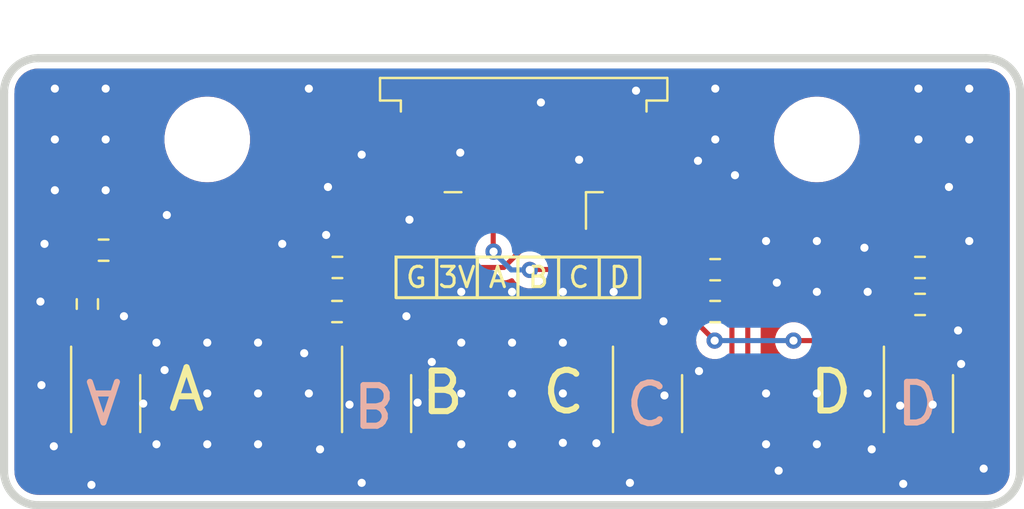
<source format=kicad_pcb>
(kicad_pcb (version 20211014) (generator pcbnew)
  (layers (0 "F.Cu" signal) (31 "B.Cu" signal) (34 "B.Paste" user) (35 "F.Paste" user) (36 "B.SilkS" user "B.Silkscreen") (37 "F.SilkS" user "F.Silkscreen") (38 "B.Mask" user) (39 "F.Mask" user) (44 "Edge.Cuts" user))
  (net 0 "")
  (net 1 "GND")
  (net 2 "+3V3")
  (net 3 "Net-(R3-Pad2)")
  (net 4 "Net-(R6-Pad2)")
  (net 5 "Net-(R9-Pad2)")
  (net 6 "Net-(R12-Pad2)")
  (net 7 "/Button A")
  (net 8 "/Button B")
  (net 9 "/Button C")
  (net 10 "/Button D")
  (footprint "Resistor_SMD:R_0603_1608Metric" (layer "F.Cu") (at 144.1 83.1 -90)
    (fp_text reference "R12" hide)
    (fp_text value "R100")
    (fp_line (start -0.237258 0.5225) (end 0.237258 0.5225) (layer "F.SilkS") (width 0.12))
    (fp_line (start -0.237258 -0.5225) (end 0.237258 -0.5225) (layer "F.SilkS") (width 0.12))
    (pad "1" smd roundrect locked (at -0.825 0 270) (size 0.8 0.95) (layers "F.Cu" "F.Paste" "F.Mask") (net 2 "+3V3"))
    (pad "2" smd roundrect locked (at 0.825 0 270) (size 0.8 0.95) (layers "F.Cu" "F.Paste" "F.Mask") (net 6 "Net-(R12-Pad2)"))
  )
  (footprint "Resistor_SMD:R_0603_1608Metric" (layer "F.Cu") (at 174.995 83.47)
    (fp_text reference "R3" hide)
    (fp_text value "R100")
    (fp_line (start -0.237258 0.5225) (end 0.237258 0.5225) (layer "F.SilkS") (width 0.12))
    (fp_line (start -0.237258 -0.5225) (end 0.237258 -0.5225) (layer "F.SilkS") (width 0.12))
    (pad "1" smd roundrect locked (at -0.825 0) (size 0.8 0.95) (layers "F.Cu" "F.Paste" "F.Mask") (net 2 "+3V3"))
    (pad "2" smd roundrect locked (at 0.825 0) (size 0.8 0.95) (layers "F.Cu" "F.Paste" "F.Mask") (net 3 "Net-(R3-Pad2)"))
  )
  (footprint "MountingHole:MountingHole_3.2mm_M3_ISO14580" (layer "F.Cu") (at 150 75)
    (fp_text reference "H2")
    (fp_text value "MountingHole")
    (pad "" np_thru_hole circle (at 0 0) (size 3.2 3.2) (drill 3.2) (layers *.Cu *.Mask))
  )
  (footprint "OptoDevice:OnSemi_CASE100CY" (layer "F.Cu") (at 158.333333 88)
    (fp_text reference "U3" hide)
    (fp_text value "QRE1113GR")
    (fp_line (start 1.7 1.4) (end 1.7 -1.4) (layer "F.SilkS") (width 0.12))
    (fp_line (start -1.7 1.4) (end -1.7 -2.8) (layer "F.SilkS") (width 0.12))
    (pad "1" smd roundrect locked (at -0.9 -2) (size 0.79 1.66) (layers "F.Cu" "F.Paste" "F.Mask") (net 5 "Net-(R9-Pad2)"))
    (pad "2" smd roundrect locked (at -0.9 2) (size 0.79 1.66) (layers "F.Cu" "F.Paste" "F.Mask") (net 1 "GND"))
    (pad "3" smd roundrect locked (at 0.9 2) (size 0.79 1.66) (layers "F.Cu" "F.Paste" "F.Mask") (net 8 "/Button B"))
    (pad "4" smd roundrect locked (at 0.9 -2) (size 0.79 1.66) (layers "F.Cu" "F.Paste" "F.Mask") (net 1 "GND"))
  )
  (footprint "Resistor_SMD:R_0603_1608Metric" (layer "F.Cu") (at 185.075 81.3)
    (fp_text reference "R8" hide)
    (fp_text value "10K")
    (fp_line (start -0.237258 -0.5225) (end 0.237258 -0.5225) (layer "F.SilkS") (width 0.12))
    (fp_line (start -0.237258 0.5225) (end 0.237258 0.5225) (layer "F.SilkS") (width 0.12))
    (pad "1" smd roundrect locked (at -0.825 0) (size 0.8 0.95) (layers "F.Cu" "F.Paste" "F.Mask") (net 2 "+3V3"))
    (pad "2" smd roundrect locked (at 0.825 0) (size 0.8 0.95) (layers "F.Cu" "F.Paste" "F.Mask") (net 10 "/Button D"))
  )
  (footprint "Resistor_SMD:R_0603_1608Metric" (layer "F.Cu") (at 144.9 80.45)
    (fp_text reference "R13" hide)
    (fp_text value "10K")
    (fp_line (start -0.237258 -0.5225) (end 0.237258 -0.5225) (layer "F.SilkS") (width 0.12))
    (fp_line (start -0.237258 0.5225) (end 0.237258 0.5225) (layer "F.SilkS") (width 0.12))
    (pad "1" smd roundrect locked (at -0.825 0) (size 0.8 0.95) (layers "F.Cu" "F.Paste" "F.Mask") (net 2 "+3V3"))
    (pad "2" smd roundrect locked (at 0.825 0) (size 0.8 0.95) (layers "F.Cu" "F.Paste" "F.Mask") (net 7 "/Button A"))
  )
  (footprint "Resistor_SMD:R_0603_1608Metric" (layer "F.Cu") (at 156.385 83.47)
    (fp_text reference "R9" hide)
    (fp_text value "R100")
    (fp_line (start -0.237258 0.5225) (end 0.237258 0.5225) (layer "F.SilkS") (width 0.12))
    (fp_line (start -0.237258 -0.5225) (end 0.237258 -0.5225) (layer "F.SilkS") (width 0.12))
    (pad "1" smd roundrect locked (at -0.825 0) (size 0.8 0.95) (layers "F.Cu" "F.Paste" "F.Mask") (net 2 "+3V3"))
    (pad "2" smd roundrect locked (at 0.825 0) (size 0.8 0.95) (layers "F.Cu" "F.Paste" "F.Mask") (net 5 "Net-(R9-Pad2)"))
  )
  (footprint "OptoDevice:OnSemi_CASE100CY" (layer "F.Cu") (at 145 88)
    (fp_text reference "U4" hide)
    (fp_text value "QRE1113GR")
    (fp_line (start -1.7 1.4) (end -1.7 -2.8) (layer "F.SilkS") (width 0.12))
    (fp_line (start 1.7 1.4) (end 1.7 -1.4) (layer "F.SilkS") (width 0.12))
    (pad "1" smd roundrect locked (at -0.9 -2) (size 0.79 1.66) (layers "F.Cu" "F.Paste" "F.Mask") (net 6 "Net-(R12-Pad2)"))
    (pad "2" smd roundrect locked (at -0.9 2) (size 0.79 1.66) (layers "F.Cu" "F.Paste" "F.Mask") (net 1 "GND"))
    (pad "3" smd roundrect locked (at 0.9 2) (size 0.79 1.66) (layers "F.Cu" "F.Paste" "F.Mask") (net 7 "/Button A"))
    (pad "4" smd roundrect locked (at 0.9 -2) (size 0.79 1.66) (layers "F.Cu" "F.Paste" "F.Mask") (net 1 "GND"))
  )
  (footprint "MountingHole:MountingHole_3.2mm_M3_ISO14580" (layer "F.Cu") (at 180 75)
    (fp_text reference "H1")
    (fp_text value "MountingHole")
    (pad "" np_thru_hole circle (at 0 0) (size 3.2 3.2) (drill 3.2) (layers *.Cu *.Mask))
  )
  (footprint "Connector_FFC-FPC:TE_84952-6_1x06-1MP_P1.0mm_Horizontal" (layer "F.Cu") (at 165.572 76.686 180)
    (fp_text reference "J9" hide)
    (fp_text value "Conn_01x06_MountingPin")
    (fp_line (start -7.07 4.71) (end -7.07 3.6) (layer "F.SilkS") (width 0.12))
    (fp_line (start -3.065 -0.91) (end -3.065 -2.71) (layer "F.SilkS") (width 0.12))
    (fp_line (start -6.045 3.6) (end -6.045 3.06) (layer "F.SilkS") (width 0.12))
    (fp_line (start -7.07 3.6) (end -6.045 3.6) (layer "F.SilkS") (width 0.12))
    (fp_line (start 6.045 3.06) (end 6.045 3.6) (layer "F.SilkS") (width 0.12))
    (fp_line (start 3.065 -0.91) (end 3.89 -0.91) (layer "F.SilkS") (width 0.12))
    (fp_line (start 6.045 3.6) (end 7.07 3.6) (layer "F.SilkS") (width 0.12))
    (fp_line (start -3.89 -0.91) (end -3.065 -0.91) (layer "F.SilkS") (width 0.12))
    (fp_line (start 7.07 3.6) (end 7.07 4.71) (layer "F.SilkS") (width 0.12))
    (fp_line (start 7.07 4.71) (end -7.07 4.71) (layer "F.SilkS") (width 0.12))
    (pad "1" smd rect locked (at -2.5 -1.8 180) (size 0.61 2) (layers "F.Cu" "F.Paste" "F.Mask") (net 10 "/Button D"))
    (pad "2" smd rect locked (at -1.5 -1.8 180) (size 0.61 2) (layers "F.Cu" "F.Paste" "F.Mask") (net 9 "/Button C"))
    (pad "3" smd rect locked (at -0.5 -1.8 180) (size 0.61 2) (layers "F.Cu" "F.Paste" "F.Mask") (net 8 "/Button B"))
    (pad "4" smd rect locked (at 0.5 -1.8 180) (size 0.61 2) (layers "F.Cu" "F.Paste" "F.Mask") (net 7 "/Button A"))
    (pad "5" smd rect locked (at 1.5 -1.8 180) (size 0.61 2) (layers "F.Cu" "F.Paste" "F.Mask") (net 2 "+3V3"))
    (pad "6" smd rect locked (at 2.5 -1.8 180) (size 0.61 2) (layers "F.Cu" "F.Paste" "F.Mask") (net 1 "GND"))
    (pad "MP" smd rect locked (at -5.49 1 180) (size 2.68 3.6) (layers "F.Cu" "F.Paste" "F.Mask") (net 1 "GND"))
    (pad "MP" smd rect locked (at 5.49 1 180) (size 2.68 3.6) (layers "F.Cu" "F.Paste" "F.Mask") (net 1 "GND"))
  )
  (footprint "Resistor_SMD:R_0603_1608Metric" (layer "F.Cu") (at 156.405 81.3)
    (fp_text reference "R10" hide)
    (fp_text value "10K")
    (fp_line (start -0.237258 -0.5225) (end 0.237258 -0.5225) (layer "F.SilkS") (width 0.12))
    (fp_line (start -0.237258 0.5225) (end 0.237258 0.5225) (layer "F.SilkS") (width 0.12))
    (pad "1" smd roundrect locked (at -0.825 0) (size 0.8 0.95) (layers "F.Cu" "F.Paste" "F.Mask") (net 2 "+3V3"))
    (pad "2" smd roundrect locked (at 0.825 0) (size 0.8 0.95) (layers "F.Cu" "F.Paste" "F.Mask") (net 8 "/Button B"))
  )
  (footprint "Resistor_SMD:R_0603_1608Metric" (layer "F.Cu") (at 174.995 81.41)
    (fp_text reference "R5" hide)
    (fp_text value "10K")
    (fp_line (start -0.237258 -0.5225) (end 0.237258 -0.5225) (layer "F.SilkS") (width 0.12))
    (fp_line (start -0.237258 0.5225) (end 0.237258 0.5225) (layer "F.SilkS") (width 0.12))
    (pad "1" smd roundrect locked (at -0.825 0) (size 0.8 0.95) (layers "F.Cu" "F.Paste" "F.Mask") (net 2 "+3V3"))
    (pad "2" smd roundrect locked (at 0.825 0) (size 0.8 0.95) (layers "F.Cu" "F.Paste" "F.Mask") (net 9 "/Button C"))
  )
  (footprint "Resistor_SMD:R_0603_1608Metric" (layer "F.Cu") (at 185.08 83.12)
    (fp_text reference "R6" hide)
    (fp_text value "R100")
    (fp_line (start -0.237258 0.5225) (end 0.237258 0.5225) (layer "F.SilkS") (width 0.12))
    (fp_line (start -0.237258 -0.5225) (end 0.237258 -0.5225) (layer "F.SilkS") (width 0.12))
    (pad "1" smd roundrect locked (at -0.825 0) (size 0.8 0.95) (layers "F.Cu" "F.Paste" "F.Mask") (net 2 "+3V3"))
    (pad "2" smd roundrect locked (at 0.825 0) (size 0.8 0.95) (layers "F.Cu" "F.Paste" "F.Mask") (net 4 "Net-(R6-Pad2)"))
  )
  (footprint "OptoDevice:OnSemi_CASE100CY" (layer "F.Cu") (at 185 88)
    (fp_text reference "U2" hide)
    (fp_text value "QRE1113GR")
    (fp_line (start 1.7 1.4) (end 1.7 -1.4) (layer "F.SilkS") (width 0.12))
    (fp_line (start -1.7 1.4) (end -1.7 -2.8) (layer "F.SilkS") (width 0.12))
    (pad "1" smd roundrect locked (at -0.9 -2) (size 0.79 1.66) (layers "F.Cu" "F.Paste" "F.Mask") (net 4 "Net-(R6-Pad2)"))
    (pad "2" smd roundrect locked (at -0.9 2) (size 0.79 1.66) (layers "F.Cu" "F.Paste" "F.Mask") (net 1 "GND"))
    (pad "3" smd roundrect locked (at 0.9 2) (size 0.79 1.66) (layers "F.Cu" "F.Paste" "F.Mask") (net 10 "/Button D"))
    (pad "4" smd roundrect locked (at 0.9 -2) (size 0.79 1.66) (layers "F.Cu" "F.Paste" "F.Mask") (net 1 "GND"))
  )
  (footprint "OptoDevice:OnSemi_CASE100CY" (layer "F.Cu") (at 171.666666 88)
    (fp_text reference "U1" hide)
    (fp_text value "QRE1113GR")
    (fp_line (start 1.7 1.4) (end 1.7 -1.4) (layer "F.SilkS") (width 0.12))
    (fp_line (start -1.7 1.4) (end -1.7 -2.8) (layer "F.SilkS") (width 0.12))
    (pad "1" smd roundrect locked (at -0.9 -2) (size 0.79 1.66) (layers "F.Cu" "F.Paste" "F.Mask") (net 3 "Net-(R3-Pad2)"))
    (pad "2" smd roundrect locked (at -0.9 2) (size 0.79 1.66) (layers "F.Cu" "F.Paste" "F.Mask") (net 1 "GND"))
    (pad "3" smd roundrect locked (at 0.9 2) (size 0.79 1.66) (layers "F.Cu" "F.Paste" "F.Mask") (net 9 "/Button C"))
    (pad "4" smd roundrect locked (at 0.9 -2) (size 0.79 1.66) (layers "F.Cu" "F.Paste" "F.Mask") (net 1 "GND"))
  )
  (gr_rect (start 161.29 82.788) (end 163.29 80.788) (layer "F.SilkS") (width 0.15) (fill none))
  (gr_rect (start 163.29 82.788) (end 165.29 80.788) (layer "F.SilkS") (width 0.15) (fill none))
  (gr_rect (start 167.29 82.788) (end 169.29 80.788) (layer "F.SilkS") (width 0.15) (fill none))
  (gr_rect (start 165.29 82.788) (end 167.29 80.788) (layer "F.SilkS") (width 0.15) (fill none))
  (gr_rect (start 169.29 82.788) (end 171.29 80.788) (layer "F.SilkS") (width 0.15) (fill none))
  (gr_rect (start 159.29 82.788) (end 161.29 80.788) (layer "F.SilkS") (width 0.15) (fill none))
  (gr_arc (start 140 72.68995) (mid 140.494975 71.494975) (end 141.68995 71) (layer "Edge.Cuts") (width 0.4))
  (gr_line (start 188.31005 71) (end 141.68995 71) (layer "Edge.Cuts") (width 0.4))
  (gr_line (start 188.31005 93) (end 141.68995 93) (layer "Edge.Cuts") (width 0.4))
  (gr_line (start 140 72.68995) (end 140 91.31005) (layer "Edge.Cuts") (width 0.4))
  (gr_arc (start 188.31005 71) (mid 189.505025 71.494975) (end 190 72.68995) (layer "Edge.Cuts") (width 0.4))
  (gr_arc (start 141.68995 93) (mid 140.494975 92.505025) (end 140 91.31005) (layer "Edge.Cuts") (width 0.4))
  (gr_arc (start 190 91.31005) (mid 189.505025 92.505025) (end 188.31005 93) (layer "Edge.Cuts") (width 0.4))
  (gr_line (start 190 72.68995) (end 190 91.31005) (layer "Edge.Cuts") (width 0.4))
  (gr_text "C" (at 171.64 87.87 180) (layer "B.SilkS") (effects (font (size 2 2) (thickness 0.3)) (justify mirror)))
  (gr_text "A" (at 144.89 87.84 180) (layer "B.SilkS") (effects (font (size 2 2) (thickness 0.3)) (justify mirror)))
  (gr_text "D" (at 184.96 87.84 180) (layer "B.SilkS") (effects (font (size 2 2) (thickness 0.3)) (justify mirror)))
  (gr_text "B" (at 158.21 88 180) (layer "B.SilkS") (effects (font (size 2 2) (thickness 0.3)) (justify mirror)))
  (gr_text "A" (at 164.29 81.788) (layer "F.SilkS") (effects (font (size 1 1))))
  (gr_text "A" (at 148.98 87.3) (layer "F.SilkS") (effects (font (size 2 2) (thickness 0.3))))
  (gr_text "C" (at 167.54 87.43) (layer "F.SilkS") (effects (font (size 2 2) (thickness 0.3))))
  (gr_text "B" (at 161.57 87.46) (layer "F.SilkS") (effects (font (size 2 2) (thickness 0.3))))
  (gr_text "G" (at 160.29 81.788) (layer "F.SilkS") (effects (font (size 1 1))))
  (gr_text "C" (at 168.29 81.788) (layer "F.SilkS") (effects (font (size 1 1))))
  (gr_text "D" (at 170.29 81.788) (layer "F.SilkS") (effects (font (size 1 1))))
  (gr_text "D" (at 180.7 87.43) (layer "F.SilkS") (effects (font (size 2 2) (thickness 0.3))))
  (gr_text "3V" (at 162.29 81.788) (layer "F.SilkS") (effects (font (size 1 1))))
  (gr_text "B" (at 166.29 81.788) (layer "F.SilkS") (effects (font (size 1 1))))
  (via (at 152.5 87.5) (size 0.8) (drill 0.4) (layers "F.Cu" "B.Cu") (net 1))
  (via (at 172.5 87.6) (size 0.8) (drill 0.4) (layers "F.Cu" "B.Cu") (net 1))
  (via (at 142.5 72.5) (size 0.8) (drill 0.4) (layers "F.Cu" "B.Cu") (net 1))
  (via (at 157 88.05) (size 0.8) (drill 0.4) (layers "F.Cu" "B.Cu") (net 1))
  (via (at 162.45 75.65) (size 0.8) (drill 0.4) (layers "F.Cu" "B.Cu") (net 1))
  (via (at 174.2 86.4) (size 0.8) (drill 0.4) (layers "F.Cu" "B.Cu") (net 1))
  (via (at 150 87.5) (size 0.8) (drill 0.4) (layers "F.Cu" "B.Cu") (net 1))
  (via (at 142.45 90.1) (size 0.8) (drill 0.4) (layers "F.Cu" "B.Cu") (net 1))
  (via (at 185 72.5) (size 0.8) (drill 0.4) (layers "F.Cu" "B.Cu") (net 1))
  (via (at 187.5 80) (size 0.8) (drill 0.4) (layers "F.Cu" "B.Cu") (net 1))
  (via (at 171.1 72.6) (size 0.8) (drill 0.4) (layers "F.Cu" "B.Cu") (net 1))
  (via (at 159.8 83.7) (size 0.8) (drill 0.4) (layers "F.Cu" "B.Cu") (net 1))
  (via (at 165 85) (size 0.8) (drill 0.4) (layers "F.Cu" "B.Cu") (net 1))
  (via (at 162.5 85) (size 0.8) (drill 0.4) (layers "F.Cu" "B.Cu") (net 1))
  (via (at 145 75) (size 0.8) (drill 0.4) (layers "F.Cu" "B.Cu") (net 1))
  (via (at 147.9 86.35) (size 0.8) (drill 0.4) (layers "F.Cu" "B.Cu") (net 1))
  (via (at 155.94 77.34) (size 0.8) (drill 0.4) (layers "F.Cu" "B.Cu") (net 1))
  (via (at 150 85) (size 0.8) (drill 0.4) (layers "F.Cu" "B.Cu") (net 1))
  (via (at 182.7 90.25) (size 0.8) (drill 0.4) (layers "F.Cu" "B.Cu") (net 1))
  (via (at 168.3 76) (size 0.8) (drill 0.4) (layers "F.Cu" "B.Cu") (net 1))
  (via (at 146.85 88) (size 0.8) (drill 0.4) (layers "F.Cu" "B.Cu") (net 1))
  (via (at 141.79 82.98) (size 0.8) (drill 0.4) (layers "F.Cu" "B.Cu") (net 1))
  (via (at 155 72.5) (size 0.8) (drill 0.4) (layers "F.Cu" "B.Cu") (net 1))
  (via (at 177.5 80) (size 0.8) (drill 0.4) (layers "F.Cu" "B.Cu") (net 1))
  (via (at 182.5 82.5) (size 0.8) (drill 0.4) (layers "F.Cu" "B.Cu") (net 1))
  (via (at 186.5 77.34) (size 0.8) (drill 0.4) (layers "F.Cu" "B.Cu") (net 1))
  (via (at 166.42 73.18) (size 0.8) (drill 0.4) (layers "F.Cu" "B.Cu") (net 1))
  (via (at 175 72.5) (size 0.8) (drill 0.4) (layers "F.Cu" "B.Cu") (net 1))
  (via (at 148.01 78.72) (size 0.8) (drill 0.4) (layers "F.Cu" "B.Cu") (net 1))
  (via (at 152.5 90) (size 0.8) (drill 0.4) (layers "F.Cu" "B.Cu") (net 1))
  (via (at 160.35 87.95) (size 0.8) (drill 0.4) (layers "F.Cu" "B.Cu") (net 1))
  (via (at 185.7 88.05) (size 0.8) (drill 0.4) (layers "F.Cu" "B.Cu") (net 1))
  (via (at 157.6 91.9) (size 0.8) (drill 0.4) (layers "F.Cu" "B.Cu") (net 1))
  (via (at 145 72.5) (size 0.8) (drill 0.4) (layers "F.Cu" "B.Cu") (net 1))
  (via (at 147.5 85) (size 0.8) (drill 0.4) (layers "F.Cu" "B.Cu") (net 1))
  (via (at 178.03 82.05) (size 0.8) (drill 0.4) (layers "F.Cu" "B.Cu") (net 1))
  (via (at 162.5 90) (size 0.8) (drill 0.4) (layers "F.Cu" "B.Cu") (net 1))
  (via (at 175.97 76.76) (size 0.8) (drill 0.4) (layers "F.Cu" "B.Cu") (net 1))
  (via (at 167.5 85) (size 0.8) (drill 0.4) (layers "F.Cu" "B.Cu") (net 1))
  (via (at 170.8 91.9) (size 0.8) (drill 0.4) (layers "F.Cu" "B.Cu") (net 1))
  (via (at 167.5 82.5) (size 0.8) (drill 0.4) (layers "F.Cu" "B.Cu") (net 1))
  (via (at 162.5 82.5) (size 0.8) (drill 0.4) (layers "F.Cu" "B.Cu") (net 1))
  (via (at 184.1 88.1) (size 0.8) (drill 0.4) (layers "F.Cu" "B.Cu") (net 1))
  (via (at 150 90) (size 0.8) (drill 0.4) (layers "F.Cu" "B.Cu") (net 1))
  (via (at 175 75) (size 0.8) (drill 0.4) (layers "F.Cu" "B.Cu") (net 1))
  (via (at 152.5 85) (size 0.8) (drill 0.4) (layers "F.Cu" "B.Cu") (net 1))
  (via (at 145.9 83.7) (size 0.8) (drill 0.4) (layers "F.Cu" "B.Cu") (net 1))
  (via (at 180 82.5) (size 0.8) (drill 0.4) (layers "F.Cu" "B.Cu") (net 1))
  (via (at 162.5 87.5) (size 0.8) (drill 0.4) (layers "F.Cu" "B.Cu") (net 1))
  (via (at 154.77 85.52) (size 0.8) (drill 0.4) (layers "F.Cu" "B.Cu") (net 1))
  (via (at 188.21 91.2) (size 0.8) (drill 0.4) (layers "F.Cu" "B.Cu") (net 1))
  (via (at 177.5 87.5) (size 0.8) (drill 0.4) (layers "F.Cu" "B.Cu") (net 1))
  (via (at 187.1 86.05) (size 0.8) (drill 0.4) (layers "F.Cu" "B.Cu") (net 1))
  (via (at 141.99 80.14) (size 0.8) (drill 0.4) (layers "F.Cu" "B.Cu") (net 1))
  (via (at 169.15 89.95) (size 0.8) (drill 0.4) (layers "F.Cu" "B.Cu") (net 1))
  (via (at 180 80) (size 0.8) (drill 0.4) (layers "F.Cu" "B.Cu") (net 1))
  (via (at 157.6 75.75) (size 0.8) (drill 0.4) (layers "F.Cu" "B.Cu") (net 1))
  (via (at 182.5 87.5) (size 0.8) (drill 0.4) (layers "F.Cu" "B.Cu") (net 1))
  (via (at 170 82.5) (size 0.8) (drill 0.4) (layers "F.Cu" "B.Cu") (net 1))
  (via (at 182.34 80.33) (size 0.8) (drill 0.4) (layers "F.Cu" "B.Cu") (net 1))
  (via (at 142.5 75) (size 0.8) (drill 0.4) (layers "F.Cu" "B.Cu") (net 1))
  (via (at 155 87.5) (size 0.8) (drill 0.4) (layers "F.Cu" "B.Cu") (net 1))
  (via (at 167.5 87.5) (size 0.8) (drill 0.4) (layers "F.Cu" "B.Cu") (net 1))
  (via (at 155.85 79.7) (size 0.8) (drill 0.4) (layers "F.Cu" "B.Cu") (net 1))
  (via (at 177.5 90) (size 0.8) (drill 0.4) (layers "F.Cu" "B.Cu") (net 1))
  (via (at 144.3 92) (size 0.8) (drill 0.4) (layers "F.Cu" "B.Cu") (net 1))
  (via (at 159.95 78.95) (size 0.8) (drill 0.4) (layers "F.Cu" "B.Cu") (net 1))
  (via (at 180 87.5) (size 0.8) (drill 0.4) (layers "F.Cu" "B.Cu") (net 1))
  (via (at 165 82.5) (size 0.8) (drill 0.4) (layers "F.Cu" "B.Cu") (net 1))
  (via (at 186.95 84.4) (size 0.8) (drill 0.4) (layers "F.Cu" "B.Cu") (net 1))
  (via (at 180 90) (size 0.8) (drill 0.4) (layers "F.Cu" "B.Cu") (net 1))
  (via (at 172.45 83.95) (size 0.8) (drill 0.4) (layers "F.Cu" "B.Cu") (net 1))
  (via (at 141.84 87.09) (size 0.8) (drill 0.4) (layers "F.Cu" "B.Cu") (net 1))
  (via (at 167.5 89.93) (size 0.8) (drill 0.4) (layers "F.Cu" "B.Cu") (net 1))
  (via (at 147.5 90) (size 0.8) (drill 0.4) (layers "F.Cu" "B.Cu") (net 1))
  (via (at 155.55 90.25) (size 0.8) (drill 0.4) (layers "F.Cu" "B.Cu") (net 1))
  (via (at 145 77.5) (size 0.8) (drill 0.4) (layers "F.Cu" "B.Cu") (net 1))
  (via (at 165 90) (size 0.8) (drill 0.4) (layers "F.Cu" "B.Cu") (net 1))
  (via (at 165 87.5) (size 0.8) (drill 0.4) (layers "F.Cu" "B.Cu") (net 1))
  (via (at 174.15 76.05) (size 0.8) (drill 0.4) (layers "F.Cu" "B.Cu") (net 1))
  (via (at 187.5 75) (size 0.8) (drill 0.4) (layers "F.Cu" "B.Cu") (net 1))
  (via (at 184.25 91.95) (size 0.8) (drill 0.4) (layers "F.Cu" "B.Cu") (net 1))
  (via (at 153.69 80.14) (size 0.8) (drill 0.4) (layers "F.Cu" "B.Cu") (net 1))
  (via (at 185 75) (size 0.8) (drill 0.4) (layers "F.Cu" "B.Cu") (net 1))
  (via (at 142.5 77.5) (size 0.8) (drill 0.4) (layers "F.Cu" "B.Cu") (net 1))
  (via (at 178.12 91.3) (size 0.8) (drill 0.4) (layers "F.Cu" "B.Cu") (net 1))
  (via (at 161.05 85.95) (size 0.8) (drill 0.4) (layers "F.Cu" "B.Cu") (net 1))
  (via (at 187.5 72.5) (size 0.8) (drill 0.4) (layers "F.Cu" "B.Cu") (net 1))
  (segment (start 144.245 80.45) (end 144.26 80.465) (width 0.25) (layer "F.Cu") (net 2))
  (segment (start 155.58 81.3) (end 155.58 83.45) (width 0.25) (layer "F.Cu") (net 2))
  (segment (start 174.17 83.47) (end 174.17 84.1) (width 0.25) (layer "F.Cu") (net 2))
  (segment (start 184.25 83.115) (end 184.255 83.12) (width 0.25) (layer "F.Cu") (net 2))
  (segment (start 165.89 81.4) (end 174.16 81.4) (width 0.25) (layer "F.Cu") (net 2))
  (segment (start 164.072 80.502) (end 164.072 78.486) (width 0.25) (layer "F.Cu") (net 2))
  (segment (start 144.1 80.475) (end 144.1 82.275) (width 0.25) (layer "F.Cu") (net 2))
  (segment (start 174.16 81.4) (end 174.17 81.41) (width 0.25) (layer "F.Cu") (net 2))
  (segment (start 144.075 80.45) (end 144.245 80.45) (width 0.25) (layer "F.Cu") (net 2))
  (segment (start 174.17 83.47) (end 174.17 81.41) (width 0.25) (layer "F.Cu") (net 2))
  (segment (start 184.25 81.3) (end 184.25 83.115) (width 0.25) (layer "F.Cu") (net 2))
  (segment (start 144.1 82.275) (end 144.175 82.2) (width 0.25) (layer "F.Cu") (net 2))
  (segment (start 164.09 80.52) (end 164.072 80.502) (width 0.25) (layer "F.Cu") (net 2))
  (segment (start 174.17 84.1) (end 174.97 84.9) (width 0.25) (layer "F.Cu") (net 2))
  (segment (start 154.25 81.3) (end 155.58 81.3) (width 0.25) (layer "F.Cu") (net 2))
  (segment (start 165.87 81.42) (end 165.89 81.4) (width 0.25) (layer "F.Cu") (net 2))
  (segment (start 183.3 84.9) (end 184.255 83.945) (width 0.25) (layer "F.Cu") (net 2))
  (segment (start 184.255 83.945) (end 184.255 83.12) (width 0.25) (layer "F.Cu") (net 2))
  (segment (start 153.35 82.2) (end 154.25 81.3) (width 0.25) (layer "F.Cu") (net 2))
  (segment (start 155.58 83.45) (end 155.56 83.47) (width 0.25) (layer "F.Cu") (net 2))
  (segment (start 144.075 80.45) (end 144.1 80.475) (width 0.25) (layer "F.Cu") (net 2))
  (segment (start 178.85 84.9) (end 183.3 84.9) (width 0.25) (layer "F.Cu") (net 2))
  (segment (start 144.175 82.2) (end 153.35 82.2) (width 0.25) (layer "F.Cu") (net 2))
  (via (at 165.87 81.42) (size 0.8) (drill 0.4) (layers "F.Cu" "B.Cu") (net 2))
  (via (at 178.85 84.9) (size 0.8) (drill 0.4) (layers "F.Cu" "B.Cu") (net 2))
  (via (at 174.97 84.9) (size 0.8) (drill 0.4) (layers "F.Cu" "B.Cu") (net 2))
  (via (at 164.09 80.52) (size 0.8) (drill 0.4) (layers "F.Cu" "B.Cu") (net 2))
  (segment (start 164.09 80.55) (end 164.09 80.52) (width 0.25) (layer "B.Cu") (net 2))
  (segment (start 178.85 84.9) (end 174.97 84.9) (width 0.25) (layer "B.Cu") (net 2))
  (segment (start 165.87 81.42) (end 164.96 81.42) (width 0.25) (layer "B.Cu") (net 2))
  (segment (start 164.96 81.42) (end 164.09 80.55) (width 0.25) (layer "B.Cu") (net 2))
  (segment (start 170.766666 87.586666) (end 170.766666 86) (width 0.25) (layer "F.Cu") (net 3))
  (segment (start 171.53 88.35) (end 170.766666 87.586666) (width 0.25) (layer "F.Cu") (net 3))
  (segment (start 175.82 86.93) (end 174.4 88.35) (width 0.25) (layer "F.Cu") (net 3))
  (segment (start 175.82 83.47) (end 175.82 86.93) (width 0.25) (layer "F.Cu") (net 3))
  (segment (start 174.4 88.35) (end 171.53 88.35) (width 0.25) (layer "F.Cu") (net 3))
  (segment (start 185.905 83.12) (end 185.33 83.12) (width 0.25) (layer "F.Cu") (net 4))
  (segment (start 185.33 83.12) (end 185 83.45) (width 0.25) (layer "F.Cu") (net 4))
  (segment (start 185 85.65) (end 184.65 86) (width 0.25) (layer "F.Cu") (net 4))
  (segment (start 185 83.45) (end 185 85.65) (width 0.25) (layer "F.Cu") (net 4))
  (segment (start 184.65 86) (end 184.1 86) (width 0.25) (layer "F.Cu") (net 4))
  (segment (start 157.21 83.47) (end 157.21 85.776667) (width 0.25) (layer "F.Cu") (net 5))
  (segment (start 157.21 85.776667) (end 157.433333 86) (width 0.25) (layer "F.Cu") (net 5))
  (segment (start 144.1 83.925) (end 144.1 86) (width 0.25) (layer "F.Cu") (net 6))
  (segment (start 143.30048 79.69952) (end 143.75 79.25) (width 0.25) (layer "F.Cu") (net 7))
  (segment (start 150.1 80.45) (end 158.11 72.44) (width 0.25) (layer "F.Cu") (net 7))
  (segment (start 145.35 79.25) (end 145.725 79.625) (width 0.25) (layer "F.Cu") (net 7))
  (segment (start 158.11 72.44) (end 162.55 72.44) (width 0.25) (layer "F.Cu") (net 7))
  (segment (start 145.9 88.85) (end 144.8 87.75) (width 0.25) (layer "F.Cu") (net 7))
  (segment (start 145.725 80.45) (end 150.1 80.45) (width 0.25) (layer "F.Cu") (net 7))
  (segment (start 165.072 74.962) (end 165.072 78.486) (width 0.25) (layer "F.Cu") (net 7))
  (segment (start 145.725 79.625) (end 145.725 80.45) (width 0.25) (layer "F.Cu") (net 7))
  (segment (start 145.9 90) (end 145.9 88.85) (width 0.25) (layer "F.Cu") (net 7))
  (segment (start 143.75 79.25) (end 145.35 79.25) (width 0.25) (layer "F.Cu") (net 7))
  (segment (start 143.30048 87.03048) (end 143.30048 79.69952) (width 0.25) (layer "F.Cu") (net 7))
  (segment (start 144.02 87.75) (end 143.30048 87.03048) (width 0.25) (layer "F.Cu") (net 7))
  (segment (start 144.8 87.75) (end 144.02 87.75) (width 0.25) (layer "F.Cu") (net 7))
  (segment (start 162.55 72.44) (end 165.072 74.962) (width 0.25) (layer "F.Cu") (net 7))
  (segment (start 158.13 83.08) (end 158.13 85.12842) (width 0.25) (layer "F.Cu") (net 8))
  (segment (start 159.233333 88.463333) (end 159.233333 90) (width 0.25) (layer "F.Cu") (net 8))
  (segment (start 157.23 81.3) (end 157.23 82.18) (width 0.25) (layer "F.Cu") (net 8))
  (segment (start 157.23 81.3) (end 164.59 81.3) (width 0.25) (layer "F.Cu") (net 8))
  (segment (start 166.072 79.818) (end 166.072 78.486) (width 0.25) (layer "F.Cu") (net 8))
  (segment (start 158.13 85.12842) (end 158.152853 85.151273) (width 0.25) (layer "F.Cu") (net 8))
  (segment (start 157.23 82.18) (end 158.13 83.08) (width 0.25) (layer "F.Cu") (net 8))
  (segment (start 164.59 81.3) (end 166.072 79.818) (width 0.25) (layer "F.Cu") (net 8))
  (segment (start 158.13 86.87158) (end 158.13 87.36) (width 0.25) (layer "F.Cu") (net 8))
  (segment (start 158.152853 85.151273) (end 158.152853 86.848727) (width 0.25) (layer "F.Cu") (net 8))
  (segment (start 158.152853 86.848727) (end 158.13 86.87158) (width 0.25) (layer "F.Cu") (net 8))
  (segment (start 158.13 87.36) (end 159.233333 88.463333) (width 0.25) (layer "F.Cu") (net 8))
  (segment (start 167.072 79.872) (end 167.072 78.486) (width 0.25) (layer "F.Cu") (net 9))
  (segment (start 175.43 80.31) (end 167.51 80.31) (width 0.25) (layer "F.Cu") (net 9))
  (segment (start 176.6 87.35) (end 173.95 90) (width 0.25) (layer "F.Cu") (net 9))
  (segment (start 176.6 82.9) (end 176.6 87.35) (width 0.25) (layer "F.Cu") (net 9))
  (segment (start 175.82 80.7) (end 175.43 80.31) (width 0.25) (layer "F.Cu") (net 9))
  (segment (start 175.82 81.41) (end 175.82 80.7) (width 0.25) (layer "F.Cu") (net 9))
  (segment (start 175.82 82.12) (end 176.6 82.9) (width 0.25) (layer "F.Cu") (net 9))
  (segment (start 173.95 90) (end 172.566666 90) (width 0.25) (layer "F.Cu") (net 9))
  (segment (start 175.82 81.41) (end 175.82 82.12) (width 0.25) (layer "F.Cu") (net 9))
  (segment (start 167.51 80.31) (end 167.072 79.872) (width 0.25) (layer "F.Cu") (net 9))
  (segment (start 188.11 89.31) (end 187.42 90) (width 0.25) (layer "F.Cu") (net 10))
  (segment (start 185.9 81.3) (end 185.9 79.65) (width 0.25) (layer "F.Cu") (net 10))
  (segment (start 187.15 81.3) (end 188.11 82.26) (width 0.25) (layer "F.Cu") (net 10))
  (segment (start 185.9 81.3) (end 187.15 81.3) (width 0.25) (layer "F.Cu") (net 10))
  (segment (start 184.736 78.486) (end 168.072 78.486) (width 0.25) (layer "F.Cu") (net 10))
  (segment (start 185.9 79.65) (end 184.736 78.486) (width 0.25) (layer "F.Cu") (net 10))
  (segment (start 187.42 90) (end 185.9 90) (width 0.25) (layer "F.Cu") (net 10))
  (segment (start 188.11 82.26) (end 188.11 89.31) (width 0.25) (layer "F.Cu") (net 10))
  (zone (net 1) (net_name "GND") (layer "F.Cu") (connect_pads (clearance 0.508)) (min_thickness 0.254) (fill yes (thermal_gap 0.508) (thermal_bridge_width 0.508))
    (polygon (pts (xy 190 93) (xy 140 93) (xy 140 71) (xy 190 71)))
  )
  (zone (net 1) (net_name "GND") (layer "B.Cu") (connect_pads (clearance 0.508)) (min_thickness 0.254) (fill yes (thermal_gap 0.508) (thermal_bridge_width 0.508))
    (polygon (pts (xy 190 93) (xy 140 93) (xy 140 71) (xy 190 71)))
  )
)
</source>
